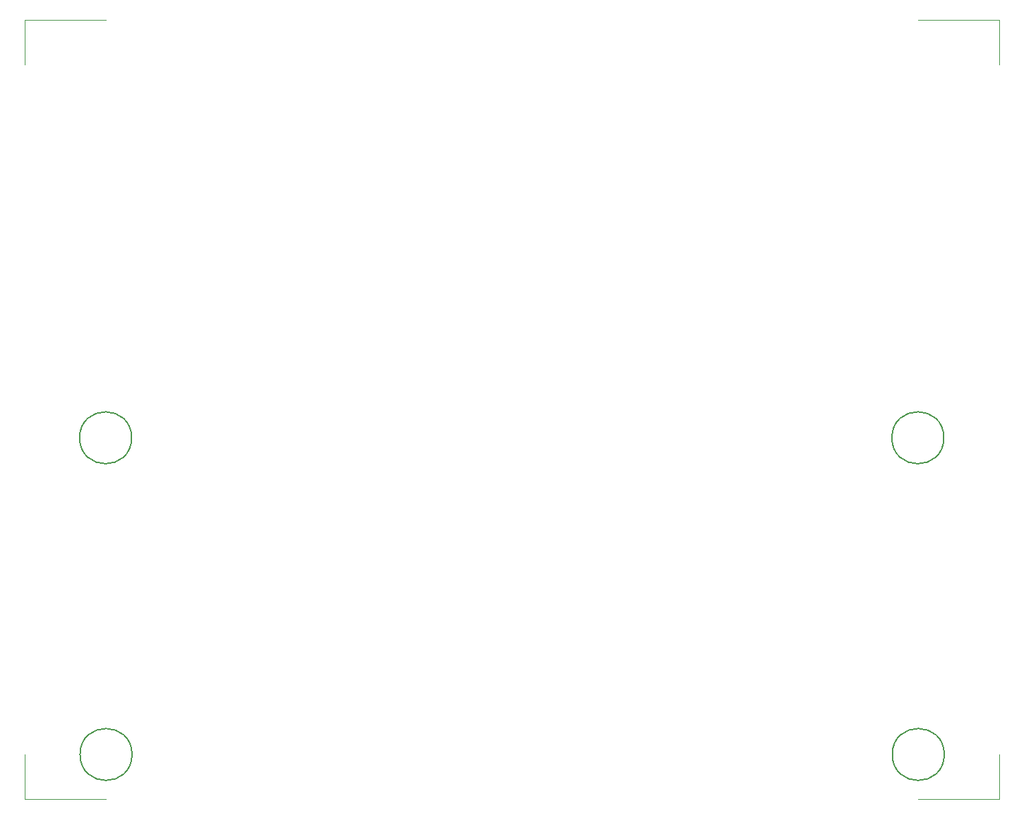
<source format=gbr>
%TF.GenerationSoftware,KiCad,Pcbnew,7.0.10*%
%TF.CreationDate,2024-04-30T16:31:27+09:00*%
%TF.ProjectId,ESP_Weight,4553505f-5765-4696-9768-742e6b696361,rev?*%
%TF.SameCoordinates,Original*%
%TF.FileFunction,Other,Comment*%
%FSLAX46Y46*%
G04 Gerber Fmt 4.6, Leading zero omitted, Abs format (unit mm)*
G04 Created by KiCad (PCBNEW 7.0.10) date 2024-04-30 16:31:27*
%MOMM*%
%LPD*%
G01*
G04 APERTURE LIST*
%ADD10C,0.100000*%
%ADD11C,0.150000*%
G04 APERTURE END LIST*
D10*
X210838000Y-29552000D02*
X200838000Y-29552000D01*
X90838000Y-120052000D02*
X90838000Y-125552000D01*
X90838000Y-35052000D02*
X90838000Y-29552000D01*
X210838000Y-120052000D02*
X210838000Y-125552000D01*
X100838000Y-29552000D02*
X90838000Y-29552000D01*
X200838000Y-125552000D02*
X210838000Y-125552000D01*
X210838000Y-35052000D02*
X210838000Y-29552000D01*
X100838000Y-125552000D02*
X90838000Y-125552000D01*
D11*
%TO.C,H2*%
X203987000Y-81026000D02*
G75*
G03*
X197587000Y-81026000I-3200000J0D01*
G01*
X197587000Y-81026000D02*
G75*
G03*
X203987000Y-81026000I3200000J0D01*
G01*
%TO.C,H4*%
X204038000Y-120052000D02*
G75*
G03*
X197638000Y-120052000I-3200000J0D01*
G01*
X197638000Y-120052000D02*
G75*
G03*
X204038000Y-120052000I3200000J0D01*
G01*
%TO.C,H1*%
X103987000Y-81026000D02*
G75*
G03*
X97587000Y-81026000I-3200000J0D01*
G01*
X97587000Y-81026000D02*
G75*
G03*
X103987000Y-81026000I3200000J0D01*
G01*
%TO.C,H3*%
X104038000Y-120052000D02*
G75*
G03*
X97638000Y-120052000I-3200000J0D01*
G01*
X97638000Y-120052000D02*
G75*
G03*
X104038000Y-120052000I3200000J0D01*
G01*
%TD*%
M02*

</source>
